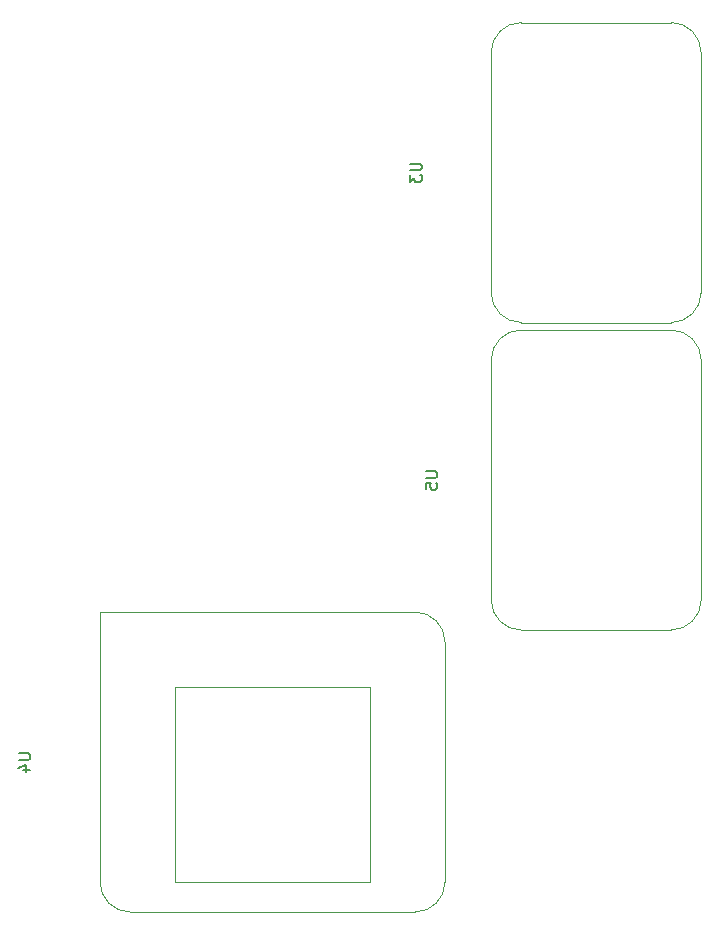
<source format=gbr>
%TF.GenerationSoftware,KiCad,Pcbnew,(6.0.5-0)*%
%TF.CreationDate,2022-10-17T18:29:33-07:00*%
%TF.ProjectId,Pioneer Controller,50696f6e-6565-4722-9043-6f6e74726f6c,rev?*%
%TF.SameCoordinates,Original*%
%TF.FileFunction,Legend,Bot*%
%TF.FilePolarity,Positive*%
%FSLAX46Y46*%
G04 Gerber Fmt 4.6, Leading zero omitted, Abs format (unit mm)*
G04 Created by KiCad (PCBNEW (6.0.5-0)) date 2022-10-17 18:29:33*
%MOMM*%
%LPD*%
G01*
G04 APERTURE LIST*
%ADD10C,0.150000*%
%ADD11C,0.120000*%
G04 APERTURE END LIST*
D10*
%TO.C,U5*%
X57412380Y-70358095D02*
X58221904Y-70358095D01*
X58317142Y-70405714D01*
X58364761Y-70453333D01*
X58412380Y-70548571D01*
X58412380Y-70739047D01*
X58364761Y-70834285D01*
X58317142Y-70881904D01*
X58221904Y-70929523D01*
X57412380Y-70929523D01*
X57412380Y-71881904D02*
X57412380Y-71405714D01*
X57888571Y-71358095D01*
X57840952Y-71405714D01*
X57793333Y-71500952D01*
X57793333Y-71739047D01*
X57840952Y-71834285D01*
X57888571Y-71881904D01*
X57983809Y-71929523D01*
X58221904Y-71929523D01*
X58317142Y-71881904D01*
X58364761Y-71834285D01*
X58412380Y-71739047D01*
X58412380Y-71500952D01*
X58364761Y-71405714D01*
X58317142Y-71358095D01*
%TO.C,U3*%
X56062380Y-44323095D02*
X56871904Y-44323095D01*
X56967142Y-44370714D01*
X57014761Y-44418333D01*
X57062380Y-44513571D01*
X57062380Y-44704047D01*
X57014761Y-44799285D01*
X56967142Y-44846904D01*
X56871904Y-44894523D01*
X56062380Y-44894523D01*
X56062380Y-45275476D02*
X56062380Y-45894523D01*
X56443333Y-45561190D01*
X56443333Y-45704047D01*
X56490952Y-45799285D01*
X56538571Y-45846904D01*
X56633809Y-45894523D01*
X56871904Y-45894523D01*
X56967142Y-45846904D01*
X57014761Y-45799285D01*
X57062380Y-45704047D01*
X57062380Y-45418333D01*
X57014761Y-45323095D01*
X56967142Y-45275476D01*
%TO.C,U4*%
X22947380Y-94234095D02*
X23756904Y-94234095D01*
X23852142Y-94281714D01*
X23899761Y-94329333D01*
X23947380Y-94424571D01*
X23947380Y-94615047D01*
X23899761Y-94710285D01*
X23852142Y-94757904D01*
X23756904Y-94805523D01*
X22947380Y-94805523D01*
X23280714Y-95710285D02*
X23947380Y-95710285D01*
X22899761Y-95472190D02*
X23614047Y-95234095D01*
X23614047Y-95853142D01*
D11*
%TO.C,U5*%
X78200000Y-83820000D02*
X65500000Y-83820000D01*
X65500000Y-58420000D02*
X78200000Y-58420000D01*
X62960000Y-81280000D02*
X62960000Y-60960000D01*
X80740000Y-60960000D02*
X80740000Y-81280000D01*
X62960000Y-81280000D02*
G75*
G03*
X65500000Y-83820000I2540000J0D01*
G01*
X65500000Y-58420000D02*
G75*
G03*
X62960000Y-60960000I1J-2540001D01*
G01*
X78200000Y-83820000D02*
G75*
G03*
X80740000Y-81280000I0J2540000D01*
G01*
X80740000Y-60960000D02*
G75*
G03*
X78200000Y-58420000I-2540001J-1D01*
G01*
%TO.C,U3*%
X62960000Y-34925000D02*
X62960000Y-55245000D01*
X65500000Y-57785000D02*
X78200000Y-57785000D01*
X78200000Y-32385000D02*
X65500000Y-32385000D01*
X80740000Y-55245000D02*
X80740000Y-34925000D01*
X78200000Y-57785000D02*
G75*
G03*
X80740000Y-55245000I0J2540000D01*
G01*
X62960000Y-55245000D02*
G75*
G03*
X65500000Y-57785000I2540000J0D01*
G01*
X80740000Y-34925000D02*
G75*
G03*
X78200000Y-32385000I-2540001J-1D01*
G01*
X65500000Y-32385000D02*
G75*
G03*
X62960000Y-34925000I1J-2540001D01*
G01*
%TO.C,U4*%
X32385000Y-107696000D02*
X56515000Y-107696000D01*
X29845000Y-82296000D02*
X29845000Y-105156000D01*
X56515000Y-82296000D02*
X29845000Y-82296000D01*
X59055000Y-105156000D02*
X59055000Y-84836000D01*
X52705000Y-105156000D02*
X36195000Y-105156000D01*
X36195000Y-105156000D02*
X36195000Y-88646000D01*
X36195000Y-88646000D02*
X52705000Y-88646000D01*
X52705000Y-88646000D02*
X52705000Y-105156000D01*
X56515000Y-107696000D02*
G75*
G03*
X59055000Y-105156000I0J2540000D01*
G01*
X29845000Y-105156000D02*
G75*
G03*
X32385000Y-107696000I2540000J0D01*
G01*
X59055000Y-84836000D02*
G75*
G03*
X56515000Y-82296000I-2540001J-1D01*
G01*
%TD*%
M02*

</source>
